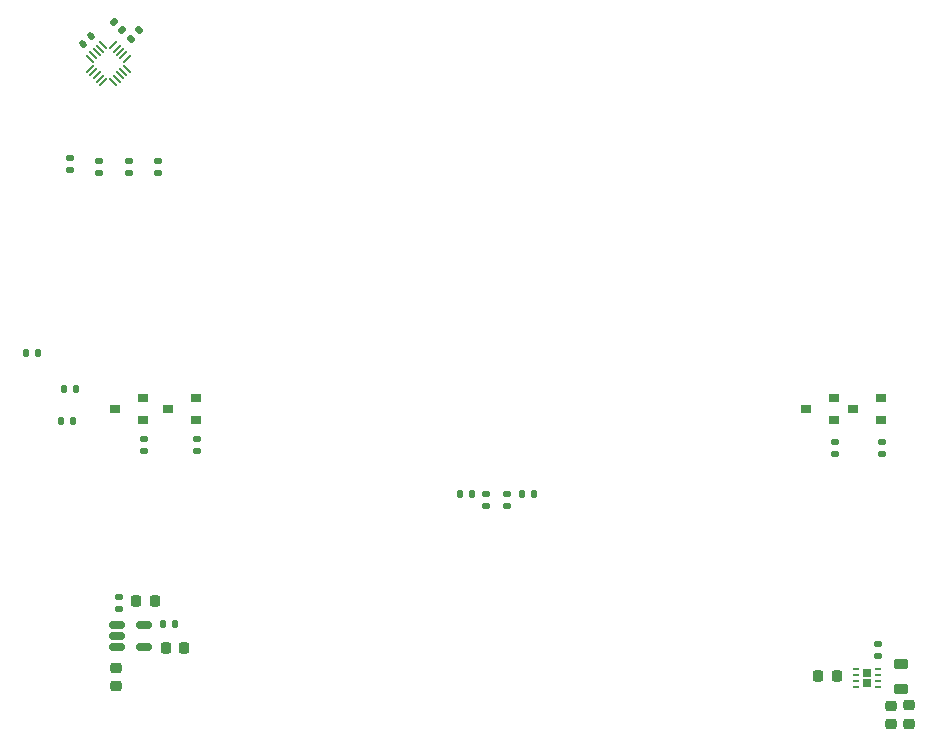
<source format=gbr>
%TF.GenerationSoftware,KiCad,Pcbnew,(6.0.7)*%
%TF.CreationDate,2024-09-04T15:34:51-05:00*%
%TF.ProjectId,MainBoard,4d61696e-426f-4617-9264-2e6b69636164,rev?*%
%TF.SameCoordinates,Original*%
%TF.FileFunction,Paste,Top*%
%TF.FilePolarity,Positive*%
%FSLAX46Y46*%
G04 Gerber Fmt 4.6, Leading zero omitted, Abs format (unit mm)*
G04 Created by KiCad (PCBNEW (6.0.7)) date 2024-09-04 15:34:51*
%MOMM*%
%LPD*%
G01*
G04 APERTURE LIST*
G04 Aperture macros list*
%AMRoundRect*
0 Rectangle with rounded corners*
0 $1 Rounding radius*
0 $2 $3 $4 $5 $6 $7 $8 $9 X,Y pos of 4 corners*
0 Add a 4 corners polygon primitive as box body*
4,1,4,$2,$3,$4,$5,$6,$7,$8,$9,$2,$3,0*
0 Add four circle primitives for the rounded corners*
1,1,$1+$1,$2,$3*
1,1,$1+$1,$4,$5*
1,1,$1+$1,$6,$7*
1,1,$1+$1,$8,$9*
0 Add four rect primitives between the rounded corners*
20,1,$1+$1,$2,$3,$4,$5,0*
20,1,$1+$1,$4,$5,$6,$7,0*
20,1,$1+$1,$6,$7,$8,$9,0*
20,1,$1+$1,$8,$9,$2,$3,0*%
%AMFreePoly0*
4,1,14,0.354215,0.088284,0.450784,-0.008285,0.462500,-0.036569,0.462499,-0.060000,0.450784,-0.088284,0.422500,-0.100000,-0.422500,-0.100000,-0.450784,-0.088284,-0.462499,-0.060000,-0.462499,0.060000,-0.450784,0.088284,-0.422500,0.100000,0.325931,0.100000,0.354215,0.088284,0.354215,0.088284,$1*%
%AMFreePoly1*
4,1,14,0.450784,0.088284,0.462499,0.060000,0.462500,0.036569,0.450784,0.008285,0.354215,-0.088284,0.325931,-0.100000,-0.422500,-0.100000,-0.450784,-0.088284,-0.462499,-0.060000,-0.462499,0.060000,-0.450784,0.088284,-0.422500,0.100000,0.422500,0.100000,0.450784,0.088284,0.450784,0.088284,$1*%
%AMFreePoly2*
4,1,14,0.088284,0.450784,0.100000,0.422500,0.100000,-0.422500,0.088284,-0.450784,0.060000,-0.462499,-0.060000,-0.462499,-0.088284,-0.450784,-0.100000,-0.422500,-0.100000,0.325931,-0.088284,0.354215,0.008285,0.450784,0.036569,0.462500,0.060000,0.462499,0.088284,0.450784,0.088284,0.450784,$1*%
%AMFreePoly3*
4,1,14,-0.008285,0.450784,0.088284,0.354215,0.100000,0.325931,0.100000,-0.422500,0.088284,-0.450784,0.060000,-0.462499,-0.060000,-0.462499,-0.088284,-0.450784,-0.100000,-0.422500,-0.100000,0.422500,-0.088284,0.450784,-0.060000,0.462499,-0.036569,0.462500,-0.008285,0.450784,-0.008285,0.450784,$1*%
%AMFreePoly4*
4,1,14,0.450784,0.088284,0.462499,0.060000,0.462499,-0.060000,0.450784,-0.088284,0.422500,-0.100000,-0.325931,-0.100000,-0.354215,-0.088284,-0.450784,0.008285,-0.462500,0.036569,-0.462499,0.060000,-0.450784,0.088284,-0.422500,0.100000,0.422500,0.100000,0.450784,0.088284,0.450784,0.088284,$1*%
%AMFreePoly5*
4,1,14,0.450784,0.088284,0.462499,0.060000,0.462499,-0.060000,0.450784,-0.088284,0.422500,-0.100000,-0.422500,-0.100000,-0.450784,-0.088284,-0.462499,-0.060000,-0.462500,-0.036569,-0.450784,-0.008285,-0.354215,0.088284,-0.325931,0.100000,0.422500,0.100000,0.450784,0.088284,0.450784,0.088284,$1*%
%AMFreePoly6*
4,1,14,0.088284,0.450784,0.100000,0.422500,0.100000,-0.325931,0.088284,-0.354215,-0.008285,-0.450784,-0.036569,-0.462500,-0.060000,-0.462499,-0.088284,-0.450784,-0.100000,-0.422500,-0.100000,0.422500,-0.088284,0.450784,-0.060000,0.462499,0.060000,0.462499,0.088284,0.450784,0.088284,0.450784,$1*%
%AMFreePoly7*
4,1,14,0.088284,0.450784,0.100000,0.422500,0.100000,-0.422500,0.088284,-0.450784,0.060000,-0.462499,0.036569,-0.462500,0.008285,-0.450784,-0.088284,-0.354215,-0.100000,-0.325931,-0.100000,0.422500,-0.088284,0.450784,-0.060000,0.462499,0.060000,0.462499,0.088284,0.450784,0.088284,0.450784,$1*%
G04 Aperture macros list end*
%ADD10RoundRect,0.135000X0.185000X-0.135000X0.185000X0.135000X-0.185000X0.135000X-0.185000X-0.135000X0*%
%ADD11RoundRect,0.135000X-0.185000X0.135000X-0.185000X-0.135000X0.185000X-0.135000X0.185000X0.135000X0*%
%ADD12R,0.750000X0.650000*%
%ADD13R,0.500000X0.250000*%
%ADD14RoundRect,0.135000X-0.135000X-0.185000X0.135000X-0.185000X0.135000X0.185000X-0.135000X0.185000X0*%
%ADD15RoundRect,0.150000X-0.512500X-0.150000X0.512500X-0.150000X0.512500X0.150000X-0.512500X0.150000X0*%
%ADD16RoundRect,0.218750X-0.218750X-0.256250X0.218750X-0.256250X0.218750X0.256250X-0.218750X0.256250X0*%
%ADD17RoundRect,0.135000X-0.226274X-0.035355X-0.035355X-0.226274X0.226274X0.035355X0.035355X0.226274X0*%
%ADD18R,0.900000X0.800000*%
%ADD19RoundRect,0.225000X-0.250000X0.225000X-0.250000X-0.225000X0.250000X-0.225000X0.250000X0.225000X0*%
%ADD20FreePoly0,315.000000*%
%ADD21RoundRect,0.050000X-0.327037X0.256326X0.256326X-0.327037X0.327037X-0.256326X-0.256326X0.327037X0*%
%ADD22FreePoly1,315.000000*%
%ADD23FreePoly2,315.000000*%
%ADD24RoundRect,0.050000X-0.327037X-0.256326X-0.256326X-0.327037X0.327037X0.256326X0.256326X0.327037X0*%
%ADD25FreePoly3,315.000000*%
%ADD26FreePoly4,315.000000*%
%ADD27FreePoly5,315.000000*%
%ADD28FreePoly6,315.000000*%
%ADD29FreePoly7,315.000000*%
%ADD30RoundRect,0.218750X-0.381250X0.218750X-0.381250X-0.218750X0.381250X-0.218750X0.381250X0.218750X0*%
%ADD31RoundRect,0.225000X0.225000X0.250000X-0.225000X0.250000X-0.225000X-0.250000X0.225000X-0.250000X0*%
%ADD32RoundRect,0.225000X-0.225000X-0.250000X0.225000X-0.250000X0.225000X0.250000X-0.225000X0.250000X0*%
%ADD33RoundRect,0.135000X-0.035355X0.226274X-0.226274X0.035355X0.035355X-0.226274X0.226274X-0.035355X0*%
%ADD34RoundRect,0.135000X0.135000X0.185000X-0.135000X0.185000X-0.135000X-0.185000X0.135000X-0.185000X0*%
%ADD35RoundRect,0.140000X-0.021213X0.219203X-0.219203X0.021213X0.021213X-0.219203X0.219203X-0.021213X0*%
G04 APERTURE END LIST*
D10*
%TO.C,R15*%
X111387500Y-121990000D03*
X111387500Y-120970000D03*
%TD*%
D11*
%TO.C,R5*%
X176000000Y-107770000D03*
X176000000Y-108790000D03*
%TD*%
D12*
%TO.C,U5*%
X174750000Y-127380000D03*
X174750000Y-128180000D03*
D13*
X173800000Y-127030000D03*
X173800000Y-127530000D03*
X173800000Y-128030000D03*
X173800000Y-128530000D03*
X175700000Y-128530000D03*
X175700000Y-128030000D03*
X175700000Y-127530000D03*
X175700000Y-127030000D03*
%TD*%
D14*
%TO.C,R10*%
X106490000Y-106030000D03*
X107510000Y-106030000D03*
%TD*%
D15*
%TO.C,U4*%
X111250000Y-123280000D03*
X111250000Y-124230000D03*
X111250000Y-125180000D03*
X113525000Y-125180000D03*
X113525000Y-123280000D03*
%TD*%
D11*
%TO.C,R12*%
X112250000Y-84020000D03*
X112250000Y-85040000D03*
%TD*%
D16*
%TO.C,D1*%
X112850000Y-121230000D03*
X114425000Y-121230000D03*
%TD*%
D11*
%TO.C,R3*%
X172000000Y-107770000D03*
X172000000Y-108790000D03*
%TD*%
D17*
%TO.C,R1*%
X110952549Y-72230324D03*
X111673797Y-72951572D03*
%TD*%
D18*
%TO.C,Q1*%
X171950000Y-105980000D03*
X171950000Y-104080000D03*
X169550000Y-105030000D03*
%TD*%
D14*
%TO.C,R11*%
X106740000Y-103280000D03*
X107760000Y-103280000D03*
%TD*%
%TO.C,R9*%
X103490000Y-100280000D03*
X104510000Y-100280000D03*
%TD*%
D18*
%TO.C,Q3*%
X175950000Y-105980000D03*
X175950000Y-104080000D03*
X173550000Y-105030000D03*
%TD*%
D19*
%TO.C,C5*%
X178300000Y-130105000D03*
X178300000Y-131655000D03*
%TD*%
D20*
%TO.C,U1*%
X110084575Y-74233204D03*
D21*
X109801732Y-74516047D03*
X109518889Y-74798889D03*
X109236047Y-75081732D03*
D22*
X108953204Y-75364575D03*
D23*
X108953204Y-76195425D03*
D24*
X109236047Y-76478268D03*
X109518889Y-76761111D03*
X109801732Y-77043953D03*
D25*
X110084575Y-77326796D03*
D26*
X110915425Y-77326796D03*
D21*
X111198268Y-77043953D03*
X111481111Y-76761111D03*
X111763953Y-76478268D03*
D27*
X112046796Y-76195425D03*
D28*
X112046796Y-75364575D03*
D24*
X111763953Y-75081732D03*
X111481111Y-74798889D03*
X111198268Y-74516047D03*
D29*
X110915425Y-74233204D03*
%TD*%
D11*
%TO.C,R19*%
X144250000Y-112220000D03*
X144250000Y-113240000D03*
%TD*%
%TO.C,R16*%
X175650000Y-124890000D03*
X175650000Y-125910000D03*
%TD*%
D14*
%TO.C,R18*%
X140240000Y-112230000D03*
X141260000Y-112230000D03*
%TD*%
D30*
%TO.C,L1*%
X177650000Y-126587500D03*
X177650000Y-128712500D03*
%TD*%
D19*
%TO.C,C3*%
X111137500Y-126955000D03*
X111137500Y-128505000D03*
%TD*%
D11*
%TO.C,R13*%
X107250000Y-83770000D03*
X107250000Y-84790000D03*
%TD*%
%TO.C,R7*%
X109750000Y-84020000D03*
X109750000Y-85040000D03*
%TD*%
%TO.C,R8*%
X114750000Y-84029999D03*
X114750000Y-85049999D03*
%TD*%
%TO.C,R20*%
X142500000Y-112220000D03*
X142500000Y-113240000D03*
%TD*%
D18*
%TO.C,Q2*%
X113450000Y-105980000D03*
X113450000Y-104080000D03*
X111050000Y-105030000D03*
%TD*%
D31*
%TO.C,C4*%
X172174999Y-127650000D03*
X170624999Y-127650000D03*
%TD*%
D11*
%TO.C,R4*%
X113500000Y-107520000D03*
X113500000Y-108540000D03*
%TD*%
D18*
%TO.C,Q4*%
X117950000Y-105980000D03*
X117950000Y-104080000D03*
X115550000Y-105030000D03*
%TD*%
D32*
%TO.C,C2*%
X115362500Y-125230000D03*
X116912500Y-125230000D03*
%TD*%
D33*
%TO.C,R2*%
X113132205Y-72953341D03*
X112410957Y-73674589D03*
%TD*%
D19*
%TO.C,C6*%
X176800000Y-130125000D03*
X176800000Y-131675000D03*
%TD*%
D34*
%TO.C,R17*%
X146510000Y-112230000D03*
X145490000Y-112230000D03*
%TD*%
D11*
%TO.C,R6*%
X118000000Y-107520000D03*
X118000000Y-108540000D03*
%TD*%
D14*
%TO.C,R14*%
X115127500Y-123230000D03*
X116147500Y-123230000D03*
%TD*%
D35*
%TO.C,C1*%
X109015076Y-73474832D03*
X108336254Y-74153654D03*
%TD*%
M02*

</source>
